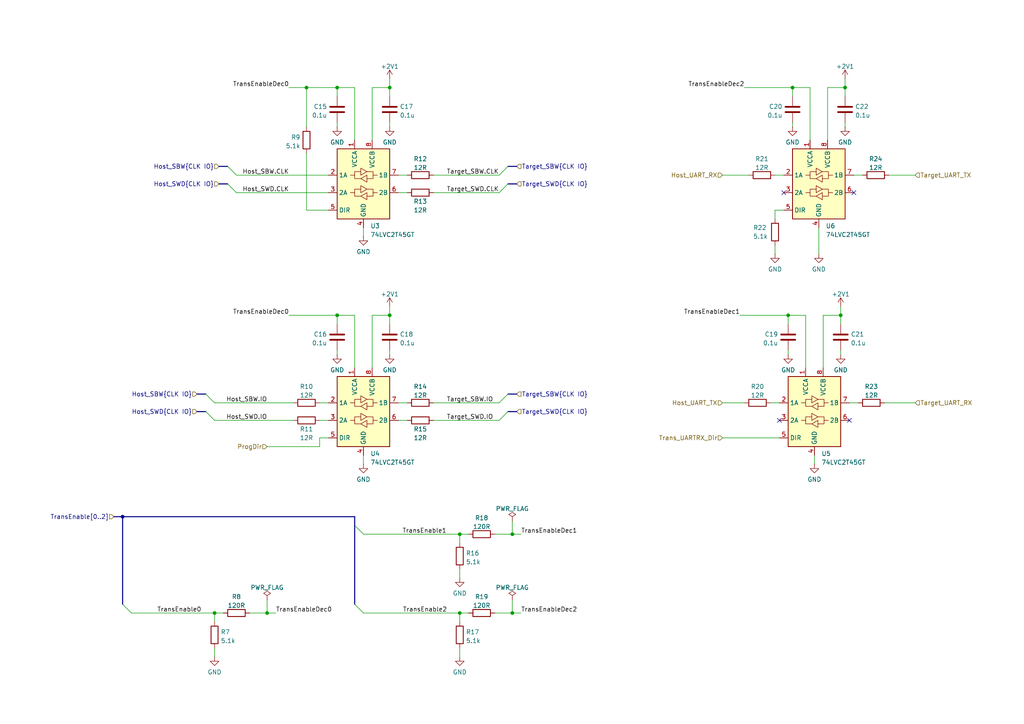
<source format=kicad_sch>
(kicad_sch (version 20231120) (generator "eeschema") (generator_version "8.0")
  (paper "A4")
  (lib_symbols
    (symbol "Device:C" (pin_numbers hide) (pin_names (offset 0.254))
      (property "Reference" "C" (at 0.635 2.54 0))
      (property "Value" "C" (at 0.635 -2.54 0))
      (symbol "C_0_1"
        (polyline (pts (xy -2.032 -0.762) (xy 2.032 -0.762)) (stroke (width 0.508)))
        (polyline (pts (xy -2.032 0.762) (xy 2.032 0.762)) (stroke (width 0.508)))
      )
      (symbol "C_1_1"
        (pin passive line (at 0 3.81 270) (length 2.794) (name "~") (number "1"))
        (pin passive line (at 0 -3.81 90) (length 2.794) (name "~") (number "2"))
      )
    )
    (symbol "Device:R" (pin_numbers hide) (pin_names (offset 0))
      (property "Reference" "R" (at 2.032 0 90))
      (property "Value" "R" (at 0 0 90))
      (symbol "R_0_1"
        (rectangle (start -1.016 -2.54) (end 1.016 2.54) (stroke (width 0.254)))
      )
      (symbol "R_1_1"
        (pin passive line (at 0 3.81 270) (length 1.27) (name "~") (number "1"))
        (pin passive line (at 0 -3.81 90) (length 1.27) (name "~") (number "2"))
      )
    )
    (symbol "power:GND" (power) (pin_numbers hide) (pin_names (offset 0) hide)
      (property "Value" "GND" (at 0 -3.81 0))
      (symbol "GND_0_1"
        (polyline (pts (xy 0 0) (xy 0 -1.27) (xy 1.27 -1.27) (xy 0 -2.54) (xy -1.27 -1.27) (xy 0 -1.27)))
      )
      (symbol "GND_1_1"
        (pin power_in line (at 0 0 270) (length 0) (name "~") (number "1"))
      )
    )
    (symbol "power:PWR_FLAG" (power) (pin_numbers hide) (pin_names (offset 0) hide)
      (property "Value" "PWR_FLAG" (at 0 3.81 0))
      (symbol "PWR_FLAG_0_0"
        (pin power_out line (at 0 0 90) (length 0) (name "~") (number "1"))
      )
      (symbol "PWR_FLAG_0_1"
        (polyline (pts (xy 0 0) (xy 0 1.27) (xy -1.016 1.905) (xy 0 2.54) (xy 1.016 1.905) (xy 0 1.27)))
      )
    )
    (symbol "voltix:+2V1" (power) (pin_names (offset 0))
      (property "Value" "+2V1" (at 0 3.556 0))
      (symbol "+2V1_0_1"
        (polyline (pts (xy -0.762 1.27) (xy 0 2.54)))
        (polyline (pts (xy 0 0) (xy 0 2.54)))
        (polyline (pts (xy 0 2.54) (xy 0.762 1.27)))
      )
      (symbol "+2V1_1_1"
        (pin power_in line (at 0 0 90) (length 0) hide (name "+2V1") (number "1"))
      )
    )
    (symbol "voltix:74LVC2T45GT"
      (property "Reference" "U" (at 6.35 -11.43 0))
      (property "Value" "74LVC2T45GT" (at 10.16 11.43 0))
      (symbol "74LVC2T45GT_1_1"
        (rectangle (start -7.62 10.16) (end 7.62 -10.16) (stroke (width 0.254)) (fill (type background)))
        (polyline (pts (xy -2.54 -2.54) (xy -2.54 -1.524) (xy -0.762 -1.524)))
        (polyline (pts (xy -2.54 2.54) (xy -2.54 3.556) (xy -0.762 3.556)))
        (polyline (pts (xy 2.794 -2.54) (xy 2.794 -3.556) (xy 1.016 -3.556)))
        (polyline (pts (xy 2.794 2.54) (xy 2.794 1.524) (xy 1.016 1.524)))
        (polyline (pts (xy -0.762 -3.556) (xy -2.54 -3.556) (xy -2.54 -2.54) (xy -3.81 -2.54)))
        (polyline (pts (xy -0.762 -2.54) (xy -0.762 -0.508) (xy 1.016 -1.524) (xy -0.762 -2.54)))
        (polyline (pts (xy -0.762 1.524) (xy -2.54 1.524) (xy -2.54 2.54) (xy -3.81 2.54)))
        (polyline (pts (xy -0.762 2.54) (xy -0.762 4.572) (xy 1.016 3.556) (xy -0.762 2.54)))
        (polyline (pts (xy 1.016 -1.524) (xy 2.794 -1.524) (xy 2.794 -2.54) (xy 4.064 -2.54)))
        (polyline (pts (xy 1.016 3.556) (xy 2.794 3.556) (xy 2.794 2.54) (xy 4.064 2.54)))
        (polyline (pts (xy 1.016 -2.54) (xy 1.016 -4.318) (xy 1.016 -4.572) (xy -0.762 -3.556) (xy 1.016 -2.54)))
        (polyline (pts (xy 1.016 2.54) (xy 1.016 0.762) (xy 1.016 0.508) (xy -0.762 1.524) (xy 1.016 2.54)))
        (pin power_in line (at -2.54 12.7 270) (length 2.54) (name "VCCA") (number "1"))
        (pin bidirectional line (at -10.16 2.54 0) (length 2.54) (name "1A") (number "2"))
        (pin bidirectional line (at -10.16 -2.54 0) (length 2.54) (name "2A") (number "3"))
        (pin power_in line (at 0 -12.7 90) (length 2.54) (name "GND") (number "4"))
        (pin input line (at -10.16 -7.62 0) (length 2.54) (name "DIR") (number "5"))
        (pin bidirectional line (at 10.16 -2.54 180) (length 2.54) (name "2B") (number "6"))
        (pin bidirectional line (at 10.16 2.54 180) (length 2.54) (name "1B") (number "7"))
        (pin power_in line (at 2.54 12.7 270) (length 2.54) (name "VCCB") (number "8"))
      )
    )
  )
  (junction (at 97.79 25.4))
  (junction (at 133.35 177.8))
  (junction (at 97.79 91.44))
  (junction (at 113.03 25.4))
  (junction (at 113.03 91.44))
  (junction (at 133.35 154.94))
  (junction (at 62.23 177.8))
  (junction (at 148.59 154.94))
  (junction (at 77.47 177.8))
  (junction (at 88.9 25.4))
  (junction (at 243.84 91.44))
  (junction (at 229.87 25.4))
  (junction (at 245.11 25.4))
  (junction (at 148.59 177.8))
  (junction (at 35.56 149.86))
  (junction (at 228.6 91.44))
  (no_connect (at 246.38 121.92))
  (no_connect (at 226.06 121.92))
  (no_connect (at 227.33 55.88))
  (no_connect (at 247.65 55.88))
  (bus_entry (at 102.87 152.4) (size 2.54 2.54))
  (bus_entry (at 66.04 53.34) (size 2.54 2.54))
  (bus_entry (at 59.69 119.38) (size 2.54 2.54))
  (bus_entry (at 147.32 48.26) (size -2.54 2.54))
  (bus_entry (at 66.04 48.26) (size 2.54 2.54))
  (bus_entry (at 147.32 114.3) (size -2.54 2.54))
  (bus_entry (at 102.87 175.26) (size 2.54 2.54))
  (bus_entry (at 35.56 175.26) (size 2.54 2.54))
  (bus_entry (at 147.32 119.38) (size -2.54 2.54))
  (bus_entry (at 59.69 114.3) (size 2.54 2.54))
  (bus_entry (at 147.32 53.34) (size -2.54 2.54))
  (bus (pts (xy 149.86 53.34) (xy 147.32 53.34)))
  (wire (pts (xy 38.1 177.8) (xy 62.23 177.8)))
  (wire (pts (xy 133.35 165.1) (xy 133.35 167.64)))
  (wire (pts (xy 224.79 50.8) (xy 227.33 50.8)))
  (wire (pts (xy 245.11 25.4) (xy 245.11 27.94)))
  (wire (pts (xy 88.9 44.45) (xy 88.9 60.96)))
  (wire (pts (xy 97.79 101.6) (xy 97.79 102.87)))
  (wire (pts (xy 215.9 25.4) (xy 229.87 25.4)))
  (wire (pts (xy 148.59 177.8) (xy 151.13 177.8)))
  (wire (pts (xy 105.41 154.94) (xy 133.35 154.94)))
  (wire (pts (xy 72.39 177.8) (xy 77.47 177.8)))
  (wire (pts (xy 102.87 25.4) (xy 102.87 40.64)))
  (wire (pts (xy 97.79 91.44) (xy 97.79 93.98)))
  (wire (pts (xy 83.82 91.44) (xy 97.79 91.44)))
  (wire (pts (xy 97.79 25.4) (xy 97.79 27.94)))
  (wire (pts (xy 102.87 91.44) (xy 97.79 91.44)))
  (wire (pts (xy 209.55 50.8) (xy 217.17 50.8)))
  (wire (pts (xy 77.47 173.99) (xy 77.47 177.8)))
  (wire (pts (xy 243.84 88.9) (xy 243.84 91.44)))
  (wire (pts (xy 143.51 177.8) (xy 148.59 177.8)))
  (wire (pts (xy 115.57 55.88) (xy 118.11 55.88)))
  (wire (pts (xy 245.11 35.56) (xy 245.11 36.83)))
  (wire (pts (xy 77.47 129.54) (xy 92.71 129.54)))
  (wire (pts (xy 113.03 101.6) (xy 113.03 102.87)))
  (wire (pts (xy 62.23 177.8) (xy 62.23 180.34)))
  (wire (pts (xy 135.89 177.8) (xy 133.35 177.8)))
  (wire (pts (xy 133.35 187.96) (xy 133.35 190.5)))
  (wire (pts (xy 148.59 154.94) (xy 151.13 154.94)))
  (bus (pts (xy 33.02 149.86) (xy 35.56 149.86)))
  (bus (pts (xy 149.86 48.26) (xy 147.32 48.26)))
  (wire (pts (xy 233.68 91.44) (xy 228.6 91.44)))
  (wire (pts (xy 214.63 91.44) (xy 228.6 91.44)))
  (wire (pts (xy 125.73 50.8) (xy 144.78 50.8)))
  (wire (pts (xy 92.71 127) (xy 92.71 129.54)))
  (wire (pts (xy 238.76 91.44) (xy 238.76 106.68)))
  (bus (pts (xy 63.5 48.26) (xy 66.04 48.26)))
  (wire (pts (xy 125.73 121.92) (xy 144.78 121.92)))
  (wire (pts (xy 102.87 91.44) (xy 102.87 106.68)))
  (wire (pts (xy 107.95 25.4) (xy 107.95 40.64)))
  (wire (pts (xy 125.73 55.88) (xy 144.78 55.88)))
  (wire (pts (xy 240.03 25.4) (xy 245.11 25.4)))
  (wire (pts (xy 113.03 35.56) (xy 113.03 36.83)))
  (wire (pts (xy 229.87 35.56) (xy 229.87 36.83)))
  (wire (pts (xy 88.9 25.4) (xy 88.9 36.83)))
  (wire (pts (xy 92.71 116.84) (xy 95.25 116.84)))
  (wire (pts (xy 228.6 101.6) (xy 228.6 102.87)))
  (wire (pts (xy 224.79 60.96) (xy 227.33 60.96)))
  (bus (pts (xy 35.56 149.86) (xy 102.87 149.86)))
  (bus (pts (xy 102.87 152.4) (xy 102.87 175.26)))
  (wire (pts (xy 243.84 101.6) (xy 243.84 102.87)))
  (wire (pts (xy 105.41 66.04) (xy 105.41 68.58)))
  (wire (pts (xy 237.49 66.04) (xy 237.49 73.66)))
  (bus (pts (xy 35.56 149.86) (xy 35.56 175.26)))
  (wire (pts (xy 223.52 116.84) (xy 226.06 116.84)))
  (wire (pts (xy 133.35 177.8) (xy 133.35 180.34)))
  (wire (pts (xy 62.23 116.84) (xy 85.09 116.84)))
  (wire (pts (xy 92.71 121.92) (xy 95.25 121.92)))
  (wire (pts (xy 228.6 91.44) (xy 228.6 93.98)))
  (wire (pts (xy 102.87 25.4) (xy 97.79 25.4)))
  (wire (pts (xy 224.79 63.5) (xy 224.79 60.96)))
  (wire (pts (xy 236.22 132.08) (xy 236.22 134.62)))
  (wire (pts (xy 88.9 25.4) (xy 97.79 25.4)))
  (wire (pts (xy 234.95 25.4) (xy 234.95 40.64)))
  (wire (pts (xy 107.95 91.44) (xy 113.03 91.44)))
  (wire (pts (xy 233.68 91.44) (xy 233.68 106.68)))
  (wire (pts (xy 246.38 116.84) (xy 248.92 116.84)))
  (wire (pts (xy 105.41 177.8) (xy 133.35 177.8)))
  (bus (pts (xy 102.87 149.86) (xy 102.87 152.4)))
  (wire (pts (xy 115.57 50.8) (xy 118.11 50.8)))
  (wire (pts (xy 113.03 88.9) (xy 113.03 91.44)))
  (wire (pts (xy 234.95 25.4) (xy 229.87 25.4)))
  (wire (pts (xy 105.41 132.08) (xy 105.41 134.62)))
  (wire (pts (xy 113.03 25.4) (xy 113.03 27.94)))
  (wire (pts (xy 115.57 121.92) (xy 118.11 121.92)))
  (wire (pts (xy 113.03 91.44) (xy 113.03 93.98)))
  (wire (pts (xy 209.55 127) (xy 226.06 127)))
  (wire (pts (xy 245.11 22.86) (xy 245.11 25.4)))
  (bus (pts (xy 149.86 119.38) (xy 147.32 119.38)))
  (wire (pts (xy 240.03 25.4) (xy 240.03 40.64)))
  (wire (pts (xy 238.76 91.44) (xy 243.84 91.44)))
  (wire (pts (xy 62.23 187.96) (xy 62.23 190.5)))
  (wire (pts (xy 62.23 121.92) (xy 85.09 121.92)))
  (wire (pts (xy 107.95 91.44) (xy 107.95 106.68)))
  (wire (pts (xy 83.82 25.4) (xy 88.9 25.4)))
  (wire (pts (xy 209.55 116.84) (xy 215.9 116.84)))
  (bus (pts (xy 63.5 53.34) (xy 66.04 53.34)))
  (wire (pts (xy 224.79 71.12) (xy 224.79 73.66)))
  (wire (pts (xy 115.57 116.84) (xy 118.11 116.84)))
  (wire (pts (xy 133.35 154.94) (xy 133.35 157.48)))
  (wire (pts (xy 229.87 25.4) (xy 229.87 27.94)))
  (wire (pts (xy 143.51 154.94) (xy 148.59 154.94)))
  (wire (pts (xy 125.73 116.84) (xy 144.78 116.84)))
  (wire (pts (xy 64.77 177.8) (xy 62.23 177.8)))
  (wire (pts (xy 247.65 50.8) (xy 250.19 50.8)))
  (wire (pts (xy 256.54 116.84) (xy 265.43 116.84)))
  (wire (pts (xy 148.59 173.99) (xy 148.59 177.8)))
  (wire (pts (xy 107.95 25.4) (xy 113.03 25.4)))
  (wire (pts (xy 88.9 60.96) (xy 95.25 60.96)))
  (wire (pts (xy 135.89 154.94) (xy 133.35 154.94)))
  (bus (pts (xy 57.15 114.3) (xy 59.69 114.3)))
  (wire (pts (xy 97.79 35.56) (xy 97.79 36.83)))
  (wire (pts (xy 68.58 55.88) (xy 95.25 55.88)))
  (wire (pts (xy 68.58 50.8) (xy 95.25 50.8)))
  (wire (pts (xy 243.84 91.44) (xy 243.84 93.98)))
  (wire (pts (xy 148.59 151.13) (xy 148.59 154.94)))
  (bus (pts (xy 149.86 114.3) (xy 147.32 114.3)))
  (wire (pts (xy 77.47 177.8) (xy 80.01 177.8)))
  (wire (pts (xy 95.25 127) (xy 92.71 127)))
  (wire (pts (xy 113.03 22.86) (xy 113.03 25.4)))
  (wire (pts (xy 257.81 50.8) (xy 265.43 50.8)))
  (bus (pts (xy 57.15 119.38) (xy 59.69 119.38)))
  (label "TransEnableDec2" (at 151.13 177.8 0))
  (label "TransEnableDec1" (at 214.63 91.44 180))
  (label "TransEnableDec1" (at 151.13 154.94 0))
  (label "TransEnableDec0" (at 83.82 25.4 180))
  (label "Host_SBW.CLK" (at 83.82 50.8 180))
  (label "Host_SWD.IO" (at 77.47 121.92 180))
  (label "TransEnableDec2" (at 215.9 25.4 180))
  (label "TransEnableDec0" (at 83.82 91.44 180))
  (label "Target_SWD.IO" (at 129.54 121.92 0))
  (label "TransEnable2" (at 116.84 177.8 0))
  (label "Target_SBW.CLK" (at 129.54 50.8 0))
  (label "TransEnable1" (at 129.54 154.94 180))
  (label "Target_SBW.IO" (at 129.54 116.84 0))
  (label "Host_SWD.CLK" (at 83.82 55.88 180))
  (label "TransEnable0" (at 58.42 177.8 180))
  (label "TransEnableDec0" (at 80.01 177.8 0))
  (label "Host_SBW.IO" (at 77.47 116.84 180))
  (label "Target_SWD.CLK" (at 129.54 55.88 0))
  (hierarchical_label "Host_UART_RX" (shape input) (at 209.55 50.8 180))
  (hierarchical_label "Host_UART_TX" (shape input) (at 209.55 116.84 180))
  (hierarchical_label "Target_SBW{CLK IO}" (shape input) (at 149.86 114.3 0))
  (hierarchical_label "Host_SWD{CLK IO}" (shape input) (at 63.5 53.34 180))
  (hierarchical_label "Target_UART_RX" (shape input) (at 265.43 116.84 0))
  (hierarchical_label "ProgDir" (shape input) (at 77.47 129.54 180))
  (hierarchical_label "Host_SWD{CLK IO}" (shape input) (at 57.15 119.38 180))
  (hierarchical_label "Trans_UARTRX_Dir" (shape input) (at 209.55 127 180))
  (hierarchical_label "Host_SBW{CLK IO}" (shape input) (at 63.5 48.26 180))
  (hierarchical_label "Target_UART_TX" (shape input) (at 265.43 50.8 0))
  (hierarchical_label "Target_SBW{CLK IO}" (shape input) (at 149.86 48.26 0))
  (hierarchical_label "Target_SWD{CLK IO}" (shape input) (at 149.86 119.38 0))
  (hierarchical_label "Target_SWD{CLK IO}" (shape input) (at 149.86 53.34 0))
  (hierarchical_label "Host_SBW{CLK IO}" (shape input) (at 57.15 114.3 180))
  (hierarchical_label "TransEnable[0..2]" (shape input) (at 33.02 149.86 180))
  (symbol (lib_id "power:GND") (at 236.22 134.62 0) (unit 1)
    (property "Reference" "#PWR029" (effects (hide yes)))
    (property "Value" "GND" (at 236.22 139.0634 0))
    (property "Description" "Power symbol creates a global label with name \"GND\" , ground" (effects (hide yes)))
  )
  (symbol (lib_id "power:GND") (at 224.79 73.66 0) (unit 1)
    (property "Reference" "#PWR026" (effects (hide yes)))
    (property "Value" "GND" (at 224.79 78.1034 0))
    (property "Description" "Power symbol creates a global label with name \"GND\" , ground" (effects (hide yes)))
  )
  (symbol (lib_id "voltix:74LVC2T45GT") (at 236.22 119.38 0) (unit 1)
    (property "Reference" "U5" (at 238.2394 131.5704 0) (effects (justify left)))
    (property "Value" "74LVC2T45GT" (at 238.2394 134.1073 0) (effects (justify left)))
    (property "Footprint" "voltix:NXP_SOT833-1" (effects (hide yes)))
    (property "Datasheet" "https://assets.nexperia.com/documents/data-sheet/74LVC_LVCH2T45.pdf" (effects (hide yes)))
    (property "Description" "Dual supply translating transceiver, 3-state, 2-bit, VSSOP-8" (effects (hide yes)))
    (property "MPN" "74LVC2T45GT,115" (effects (hide yes)))
  )
  (symbol (lib_id "power:GND") (at 228.6 102.87 0) (unit 1)
    (property "Reference" "#PWR027" (effects (hide yes)))
    (property "Value" "GND" (at 228.6 107.3134 0))
    (property "Description" "Power symbol creates a global label with name \"GND\" , ground" (effects (hide yes)))
  )
  (symbol (lib_id "voltix:+2V1") (at 245.11 22.86 0) (unit 1)
    (property "Reference" "#PWR033" (effects (hide yes)))
    (property "Value" "+2V1" (at 245.11 19.2842 0))
    (property "Description" "Power symbol creates a global label with name \"+2V1\"" (effects (hide yes)))
  )
  (symbol (lib_id "voltix:74LVC2T45GT") (at 105.41 53.34 0) (unit 1)
    (property "Reference" "U3" (at 107.4294 65.5304 0) (effects (justify left)))
    (property "Value" "74LVC2T45GT" (at 107.4294 68.0673 0) (effects (justify left)))
    (property "Footprint" "voltix:NXP_SOT833-1" (effects (hide yes)))
    (property "Datasheet" "https://assets.nexperia.com/documents/data-sheet/74LVC_LVCH2T45.pdf" (effects (hide yes)))
    (property "Description" "Dual supply translating transceiver, 3-state, 2-bit, VSSOP-8" (effects (hide yes)))
    (property "MPN" "74LVC2T45GT,115" (effects (hide yes)))
  )
  (symbol (lib_id "Device:R") (at 220.98 50.8 90) (unit 1)
    (property "Reference" "R21" (at 220.98 46.0842 90))
    (property "Value" "12R" (at 220.98 48.6211 90))
    (property "Footprint" "Resistor_SMD:R_0402_1005Metric" (effects (hide yes)))
    (property "Description" "Resistor" (effects (hide yes)))
    (property "MPN" "RMCF0402FT12R0" (effects (hide yes)))
  )
  (symbol (lib_id "Device:R") (at 62.23 184.15 0) (unit 1)
    (property "Reference" "R7" (at 64.008 183.3153 0) (effects (justify left)))
    (property "Value" "5.1k" (at 64.008 185.8522 0) (effects (justify left)))
    (property "Footprint" "Resistor_SMD:R_0402_1005Metric" (effects (hide yes)))
    (property "Description" "Resistor" (effects (hide yes)))
    (property "MPN" "CR0402-FX-5101GLF" (effects (hide yes)))
  )
  (symbol (lib_id "voltix:+2V1") (at 243.84 88.9 0) (unit 1)
    (property "Reference" "#PWR031" (effects (hide yes)))
    (property "Value" "+2V1" (at 243.84 85.3242 0))
    (property "Description" "Power symbol creates a global label with name \"+2V1\"" (effects (hide yes)))
  )
  (symbol (lib_id "Device:R") (at 133.35 161.29 0) (unit 1)
    (property "Reference" "R16" (at 135.128 160.4553 0) (effects (justify left)))
    (property "Value" "5.1k" (at 135.128 162.9922 0) (effects (justify left)))
    (property "Footprint" "Resistor_SMD:R_0402_1005Metric" (effects (hide yes)))
    (property "Description" "Resistor" (effects (hide yes)))
    (property "MPN" "CR0402-FX-5101GLF" (effects (hide yes)))
  )
  (symbol (lib_id "Device:C") (at 245.11 31.75 0) (unit 1)
    (property "Reference" "C22" (at 248.031 30.9153 0) (effects (justify left)))
    (property "Value" "0.1u" (at 248.031 33.4522 0) (effects (justify left)))
    (property "Footprint" "Capacitor_SMD:C_0402_1005Metric" (effects (hide yes)))
    (property "Description" "Unpolarized capacitor" (effects (hide yes)))
    (property "MPN" "CL05A104KA5NNNC" (effects (hide yes)))
  )
  (symbol (lib_id "power:PWR_FLAG") (at 77.47 173.99 0) (unit 1)
    (property "Reference" "#FLG01" (effects (hide yes)))
    (property "Value" "PWR_FLAG" (at 77.47 170.4142 0))
    (property "Description" "Special symbol for telling ERC where power comes from" (effects (hide yes)))
  )
  (symbol (lib_id "power:PWR_FLAG") (at 148.59 151.13 0) (unit 1)
    (property "Reference" "#FLG02" (effects (hide yes)))
    (property "Value" "PWR_FLAG" (at 148.59 147.5542 0))
    (property "Description" "Special symbol for telling ERC where power comes from" (effects (hide yes)))
  )
  (symbol (lib_id "power:GND") (at 97.79 102.87 0) (unit 1)
    (property "Reference" "#PWR017" (effects (hide yes)))
    (property "Value" "GND" (at 97.79 107.3134 0))
    (property "Description" "Power symbol creates a global label with name \"GND\" , ground" (effects (hide yes)))
  )
  (symbol (lib_id "Device:R") (at 252.73 116.84 90) (unit 1)
    (property "Reference" "R23" (at 252.73 112.1242 90))
    (property "Value" "12R" (at 252.73 114.6611 90))
    (property "Footprint" "Resistor_SMD:R_0402_1005Metric" (effects (hide yes)))
    (property "Description" "Resistor" (effects (hide yes)))
    (property "MPN" "RMCF0402FT12R0" (effects (hide yes)))
  )
  (symbol (lib_id "Device:C") (at 113.03 31.75 0) (unit 1)
    (property "Reference" "C17" (at 115.951 30.9153 0) (effects (justify left)))
    (property "Value" "0.1u" (at 115.951 33.4522 0) (effects (justify left)))
    (property "Footprint" "Capacitor_SMD:C_0402_1005Metric" (effects (hide yes)))
    (property "Description" "Unpolarized capacitor" (effects (hide yes)))
    (property "MPN" "CL05A104KA5NNNC" (effects (hide yes)))
  )
  (symbol (lib_id "Device:R") (at 139.7 177.8 90) (unit 1)
    (property "Reference" "R19" (at 139.7 173.0842 90))
    (property "Value" "120R" (at 139.7 175.6211 90))
    (property "Footprint" "Resistor_SMD:R_0402_1005Metric" (effects (hide yes)))
    (property "Description" "Resistor" (effects (hide yes)))
    (property "MPN" "CR0402-FX-1200GLF" (effects (hide yes)))
  )
  (symbol (lib_id "Device:C") (at 243.84 97.79 0) (unit 1)
    (property "Reference" "C21" (at 246.761 96.9553 0) (effects (justify left)))
    (property "Value" "0.1u" (at 246.761 99.4922 0) (effects (justify left)))
    (property "Footprint" "Capacitor_SMD:C_0402_1005Metric" (effects (hide yes)))
    (property "Description" "Unpolarized capacitor" (effects (hide yes)))
    (property "MPN" "CL05A104KA5NNNC" (effects (hide yes)))
  )
  (symbol (lib_id "power:PWR_FLAG") (at 148.59 173.99 0) (unit 1)
    (property "Reference" "#FLG03" (effects (hide yes)))
    (property "Value" "PWR_FLAG" (at 148.59 170.4142 0))
    (property "Description" "Special symbol for telling ERC where power comes from" (effects (hide yes)))
  )
  (symbol (lib_id "Device:C") (at 228.6 97.79 0) (mirror x) (unit 1)
    (property "Reference" "C19" (at 225.6791 96.9553 0) (effects (justify right)))
    (property "Value" "0.1u" (at 225.6791 99.4922 0) (effects (justify right)))
    (property "Footprint" "Capacitor_SMD:C_0402_1005Metric" (effects (hide yes)))
    (property "Description" "Unpolarized capacitor" (effects (hide yes)))
    (property "MPN" "CL05A104KA5NNNC" (effects (hide yes)))
  )
  (symbol (lib_id "power:GND") (at 113.03 102.87 0) (unit 1)
    (property "Reference" "#PWR023" (effects (hide yes)))
    (property "Value" "GND" (at 113.03 107.3134 0))
    (property "Description" "Power symbol creates a global label with name \"GND\" , ground" (effects (hide yes)))
  )
  (symbol (lib_id "power:GND") (at 62.23 190.5 0) (unit 1)
    (property "Reference" "#PWR015" (effects (hide yes)))
    (property "Value" "GND" (at 62.23 194.9434 0))
    (property "Description" "Power symbol creates a global label with name \"GND\" , ground" (effects (hide yes)))
  )
  (symbol (lib_id "Device:R") (at 139.7 154.94 90) (unit 1)
    (property "Reference" "R18" (at 139.7 150.2242 90))
    (property "Value" "120R" (at 139.7 152.7611 90))
    (property "Footprint" "Resistor_SMD:R_0402_1005Metric" (effects (hide yes)))
    (property "Description" "Resistor" (effects (hide yes)))
    (property "MPN" "CR0402-FX-1200GLF" (effects (hide yes)))
  )
  (symbol (lib_id "Device:R") (at 121.92 55.88 90) (unit 1)
    (property "Reference" "R13" (at 121.92 58.42 90))
    (property "Value" "12R" (at 121.92 60.9569 90))
    (property "Footprint" "Resistor_SMD:R_0402_1005Metric" (effects (hide yes)))
    (property "Description" "Resistor" (effects (hide yes)))
    (property "MPN" "RMCF0402FT12R0" (effects (hide yes)))
  )
  (symbol (lib_id "Device:C") (at 97.79 97.79 0) (mirror x) (unit 1)
    (property "Reference" "C16" (at 94.8691 96.9553 0) (effects (justify right)))
    (property "Value" "0.1u" (at 94.8691 99.4922 0) (effects (justify right)))
    (property "Footprint" "Capacitor_SMD:C_0402_1005Metric" (effects (hide yes)))
    (property "Description" "Unpolarized capacitor" (effects (hide yes)))
    (property "MPN" "CL05A104KA5NNNC" (effects (hide yes)))
  )
  (symbol (lib_id "Device:R") (at 68.58 177.8 90) (unit 1)
    (property "Reference" "R8" (at 68.58 173.0842 90))
    (property "Value" "120R" (at 68.58 175.6211 90))
    (property "Footprint" "Resistor_SMD:R_0402_1005Metric" (effects (hide yes)))
    (property "Description" "Resistor" (effects (hide yes)))
    (property "MPN" "CR0402-FX-1200GLF" (effects (hide yes)))
  )
  (symbol (lib_id "Device:R") (at 88.9 40.64 0) (mirror x) (unit 1)
    (property "Reference" "R9" (at 87.1221 39.8053 0) (effects (justify right)))
    (property "Value" "5.1k" (at 87.1221 42.3422 0) (effects (justify right)))
    (property "Footprint" "Resistor_SMD:R_0402_1005Metric" (effects (hide yes)))
    (property "Description" "Resistor" (effects (hide yes)))
    (property "MPN" "CR0402-FX-5101GLF" (effects (hide yes)))
  )
  (symbol (lib_id "Device:R") (at 88.9 121.92 90) (unit 1)
    (property "Reference" "R11" (at 88.9 124.46 90))
    (property "Value" "12R" (at 88.9 126.9969 90))
    (property "Footprint" "Resistor_SMD:R_0402_1005Metric" (effects (hide yes)))
    (property "Description" "Resistor" (effects (hide yes)))
    (property "MPN" "RMCF0402FT12R0" (effects (hide yes)))
  )
  (symbol (lib_id "Device:C") (at 113.03 97.79 0) (unit 1)
    (property "Reference" "C18" (at 115.951 96.9553 0) (effects (justify left)))
    (property "Value" "0.1u" (at 115.951 99.4922 0) (effects (justify left)))
    (property "Footprint" "Capacitor_SMD:C_0402_1005Metric" (effects (hide yes)))
    (property "Description" "Unpolarized capacitor" (effects (hide yes)))
    (property "MPN" "CL05A104KA5NNNC" (effects (hide yes)))
  )
  (symbol (lib_id "power:GND") (at 245.11 36.83 0) (unit 1)
    (property "Reference" "#PWR034" (effects (hide yes)))
    (property "Value" "GND" (at 245.11 41.2734 0))
    (property "Description" "Power symbol creates a global label with name \"GND\" , ground" (effects (hide yes)))
  )
  (symbol (lib_id "Device:R") (at 88.9 116.84 90) (unit 1)
    (property "Reference" "R10" (at 88.9 112.1242 90))
    (property "Value" "12R" (at 88.9 114.6611 90))
    (property "Footprint" "Resistor_SMD:R_0402_1005Metric" (effects (hide yes)))
    (property "Description" "Resistor" (effects (hide yes)))
    (property "MPN" "RMCF0402FT12R0" (effects (hide yes)))
  )
  (symbol (lib_id "power:GND") (at 133.35 167.64 0) (unit 1)
    (property "Reference" "#PWR024" (effects (hide yes)))
    (property "Value" "GND" (at 133.35 172.0834 0))
    (property "Description" "Power symbol creates a global label with name \"GND\" , ground" (effects (hide yes)))
  )
  (symbol (lib_id "power:GND") (at 105.41 134.62 0) (unit 1)
    (property "Reference" "#PWR019" (effects (hide yes)))
    (property "Value" "GND" (at 105.41 139.0634 0))
    (property "Description" "Power symbol creates a global label with name \"GND\" , ground" (effects (hide yes)))
  )
  (symbol (lib_id "Device:R") (at 121.92 50.8 90) (unit 1)
    (property "Reference" "R12" (at 121.92 46.0842 90))
    (property "Value" "12R" (at 121.92 48.6211 90))
    (property "Footprint" "Resistor_SMD:R_0402_1005Metric" (effects (hide yes)))
    (property "Description" "Resistor" (effects (hide yes)))
    (property "MPN" "RMCF0402FT12R0" (effects (hide yes)))
  )
  (symbol (lib_id "voltix:74LVC2T45GT") (at 237.49 53.34 0) (unit 1)
    (property "Reference" "U6" (at 239.5094 65.5304 0) (effects (justify left)))
    (property "Value" "74LVC2T45GT" (at 239.5094 68.0673 0) (effects (justify left)))
    (property "Footprint" "voltix:NXP_SOT833-1" (effects (hide yes)))
    (property "Datasheet" "https://assets.nexperia.com/documents/data-sheet/74LVC_LVCH2T45.pdf" (effects (hide yes)))
    (property "Description" "Dual supply translating transceiver, 3-state, 2-bit, VSSOP-8" (effects (hide yes)))
    (property "MPN" "74LVC2T45GT,115" (effects (hide yes)))
  )
  (symbol (lib_id "Device:R") (at 121.92 116.84 90) (unit 1)
    (property "Reference" "R14" (at 121.92 112.1242 90))
    (property "Value" "12R" (at 121.92 114.6611 90))
    (property "Footprint" "Resistor_SMD:R_0402_1005Metric" (effects (hide yes)))
    (property "Description" "Resistor" (effects (hide yes)))
    (property "MPN" "RMCF0402FT12R0" (effects (hide yes)))
  )
  (symbol (lib_id "Device:R") (at 224.79 67.31 180) (unit 1)
    (property "Reference" "R22" (at 218.44 66.0431 0) (effects (justify right)))
    (property "Value" "5.1k" (at 218.44 68.58 0) (effects (justify right)))
    (property "Footprint" "Resistor_SMD:R_0402_1005Metric" (effects (hide yes)))
    (property "Description" "Resistor" (effects (hide yes)))
    (property "MPN" "CR0402-FX-5101GLF" (effects (hide yes)))
  )
  (symbol (lib_id "power:GND") (at 97.79 36.83 0) (unit 1)
    (property "Reference" "#PWR016" (effects (hide yes)))
    (property "Value" "GND" (at 97.79 41.2734 0))
    (property "Description" "Power symbol creates a global label with name \"GND\" , ground" (effects (hide yes)))
  )
  (symbol (lib_id "Device:R") (at 121.92 121.92 90) (unit 1)
    (property "Reference" "R15" (at 121.92 124.4631 90))
    (property "Value" "12R" (at 121.92 127 90))
    (property "Footprint" "Resistor_SMD:R_0402_1005Metric" (effects (hide yes)))
    (property "Description" "Resistor" (effects (hide yes)))
    (property "MPN" "RMCF0402FT12R0" (effects (hide yes)))
  )
  (symbol (lib_id "Device:C") (at 97.79 31.75 0) (mirror x) (unit 1)
    (property "Reference" "C15" (at 94.8691 30.9153 0) (effects (justify right)))
    (property "Value" "0.1u" (at 94.8691 33.4522 0) (effects (justify right)))
    (property "Footprint" "Capacitor_SMD:C_0402_1005Metric" (effects (hide yes)))
    (property "Description" "Unpolarized capacitor" (effects (hide yes)))
    (property "MPN" "CL05A104KA5NNNC" (effects (hide yes)))
  )
  (symbol (lib_id "power:GND") (at 243.84 102.87 0) (unit 1)
    (property "Reference" "#PWR032" (effects (hide yes)))
    (property "Value" "GND" (at 243.84 107.3134 0))
    (property "Description" "Power symbol creates a global label with name \"GND\" , ground" (effects (hide yes)))
  )
  (symbol (lib_id "power:GND") (at 133.35 190.5 0) (unit 1)
    (property "Reference" "#PWR025" (effects (hide yes)))
    (property "Value" "GND" (at 133.35 194.9434 0))
    (property "Description" "Power symbol creates a global label with name \"GND\" , ground" (effects (hide yes)))
  )
  (symbol (lib_id "Device:R") (at 219.71 116.84 90) (unit 1)
    (property "Reference" "R20" (at 219.71 112.1242 90))
    (property "Value" "12R" (at 219.71 114.6611 90))
    (property "Footprint" "Resistor_SMD:R_0402_1005Metric" (effects (hide yes)))
    (property "Description" "Resistor" (effects (hide yes)))
    (property "MPN" "RMCF0402FT12R0" (effects (hide yes)))
  )
  (symbol (lib_id "power:GND") (at 229.87 36.83 0) (unit 1)
    (property "Reference" "#PWR028" (effects (hide yes)))
    (property "Value" "GND" (at 229.87 41.2734 0))
    (property "Description" "Power symbol creates a global label with name \"GND\" , ground" (effects (hide yes)))
  )
  (symbol (lib_id "voltix:+2V1") (at 113.03 88.9 0) (unit 1)
    (property "Reference" "#PWR022" (effects (hide yes)))
    (property "Value" "+2V1" (at 113.03 85.3242 0))
    (property "Description" "Power symbol creates a global label with name \"+2V1\"" (effects (hide yes)))
  )
  (symbol (lib_id "voltix:74LVC2T45GT") (at 105.41 119.38 0) (unit 1)
    (property "Reference" "U4" (at 107.4294 131.5704 0) (effects (justify left)))
    (property "Value" "74LVC2T45GT" (at 107.4294 134.1073 0) (effects (justify left)))
    (property "Footprint" "voltix:NXP_SOT833-1" (effects (hide yes)))
    (property "Datasheet" "https://assets.nexperia.com/documents/data-sheet/74LVC_LVCH2T45.pdf" (effects (hide yes)))
    (property "Description" "Dual supply translating transceiver, 3-state, 2-bit, VSSOP-8" (effects (hide yes)))
    (property "MPN" "74LVC2T45GT,115" (effects (hide yes)))
  )
  (symbol (lib_id "Device:R") (at 254 50.8 90) (unit 1)
    (property "Reference" "R24" (at 254 46.0842 90))
    (property "Value" "12R" (at 254 48.6211 90))
    (property "Footprint" "Resistor_SMD:R_0402_1005Metric" (effects (hide yes)))
    (property "Description" "Resistor" (effects (hide yes)))
    (property "MPN" "RMCF0402FT12R0" (effects (hide yes)))
  )
  (symbol (lib_id "Device:C") (at 229.87 31.75 0) (mirror x) (unit 1)
    (property "Reference" "C20" (at 226.9491 30.9153 0) (effects (justify right)))
    (property "Value" "0.1u" (at 226.9491 33.4522 0) (effects (justify right)))
    (property "Footprint" "Capacitor_SMD:C_0402_1005Metric" (effects (hide yes)))
    (property "Description" "Unpolarized capacitor" (effects (hide yes)))
    (property "MPN" "CL05A104KA5NNNC" (effects (hide yes)))
  )
  (symbol (lib_id "power:GND") (at 237.49 73.66 0) (unit 1)
    (property "Reference" "#PWR030" (effects (hide yes)))
    (property "Value" "GND" (at 237.49 78.1034 0))
    (property "Description" "Power symbol creates a global label with name \"GND\" , ground" (effects (hide yes)))
  )
  (symbol (lib_id "power:GND") (at 105.41 68.58 0) (unit 1)
    (property "Reference" "#PWR018" (effects (hide yes)))
    (property "Value" "GND" (at 105.41 73.0234 0))
    (property "Description" "Power symbol creates a global label with name \"GND\" , ground" (effects (hide yes)))
  )
  (symbol (lib_id "power:GND") (at 113.03 36.83 0) (unit 1)
    (property "Reference" "#PWR021" (effects (hide yes)))
    (property "Value" "GND" (at 113.03 41.2734 0))
    (property "Description" "Power symbol creates a global label with name \"GND\" , ground" (effects (hide yes)))
  )
  (symbol (lib_id "Device:R") (at 133.35 184.15 0) (unit 1)
    (property "Reference" "R17" (at 135.128 183.3153 0) (effects (justify left)))
    (property "Value" "5.1k" (at 135.128 185.8522 0) (effects (justify left)))
    (property "Footprint" "Resistor_SMD:R_0402_1005Metric" (effects (hide yes)))
    (property "Description" "Resistor" (effects (hide yes)))
    (property "MPN" "CR0402-FX-5101GLF" (effects (hide yes)))
  )
  (symbol (lib_id "voltix:+2V1") (at 113.03 22.86 0) (unit 1)
    (property "Reference" "#PWR020" (effects (hide yes)))
    (property "Value" "+2V1" (at 113.03 19.2842 0))
    (property "Description" "Power symbol creates a global label with name \"+2V1\"" (effects (hide yes)))
  )
)
</source>
